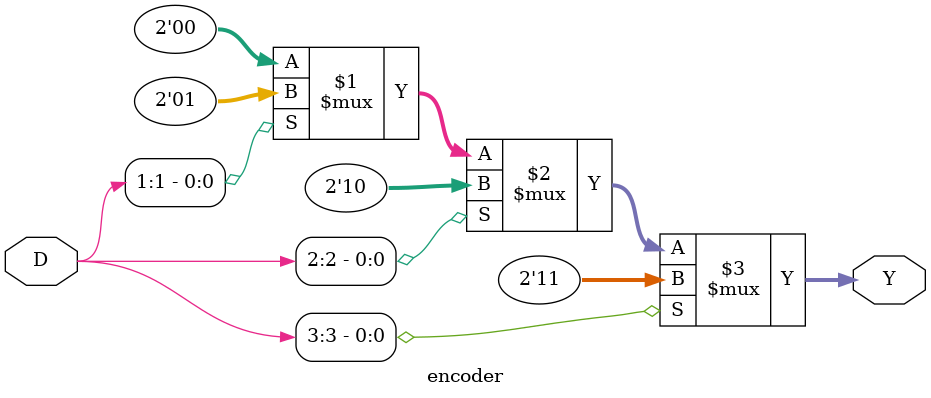
<source format=v>
module encoder(
    input [3:0] D,
    output [1:0] Y
);

assign Y = (D[3]) ? 2'b11 :
           (D[2]) ? 2'b10 :
           (D[1]) ? 2'b01 : 2'b00;

endmodule

</source>
